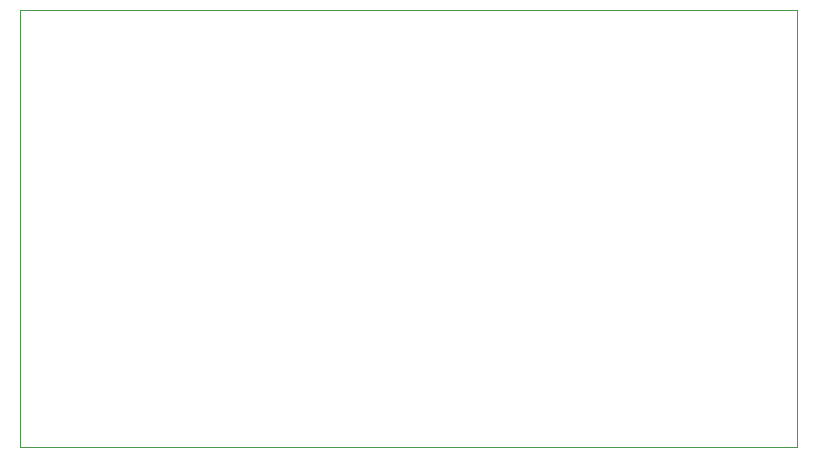
<source format=gbr>
%TF.GenerationSoftware,Altium Limited,Altium Designer,21.1.1 (26)*%
G04 Layer_Color=0*
%FSLAX26Y26*%
%MOIN*%
%TF.SameCoordinates,5075B572-C75D-40FD-B4B0-80468548393A*%
%TF.FilePolarity,Positive*%
%TF.FileFunction,Profile,NP*%
%TF.Part,Single*%
G01*
G75*
%TA.AperFunction,Profile*%
%ADD74C,0.001000*%
D74*
X3239999Y2425000D02*
X650000Y2425000D01*
X650000Y970000D01*
X3240000Y970000D01*
X3239999Y2425000D01*
%TF.MD5,85240f97a22e0e83ac1c6fe3a7c5f578*%
M02*

</source>
